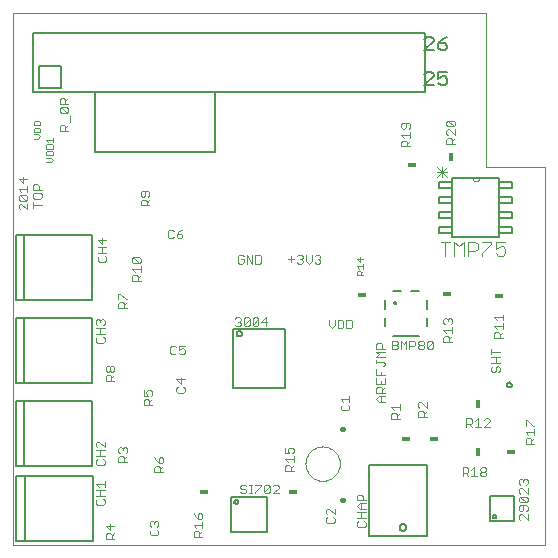
<source format=gto>
G75*
%MOIN*%
%OFA0B0*%
%FSLAX24Y24*%
%IPPOS*%
%LPD*%
%AMOC8*
5,1,8,0,0,1.08239X$1,22.5*
%
%ADD10C,0.0000*%
%ADD11C,0.0030*%
%ADD12C,0.0050*%
%ADD13C,0.0060*%
%ADD14R,0.0300X0.0180*%
%ADD15C,0.0160*%
%ADD16R,0.0180X0.0300*%
%ADD17C,0.0020*%
D10*
X005744Y004971D02*
X023460Y004971D01*
X023460Y017570D01*
X021492Y017570D01*
X021492Y022688D01*
X005744Y022688D01*
X005744Y004971D01*
X015484Y007674D02*
X015486Y007721D01*
X015492Y007768D01*
X015501Y007814D01*
X015515Y007859D01*
X015532Y007903D01*
X015553Y007946D01*
X015577Y007986D01*
X015604Y008025D01*
X015635Y008061D01*
X015668Y008094D01*
X015704Y008125D01*
X015743Y008152D01*
X015783Y008176D01*
X015826Y008197D01*
X015870Y008214D01*
X015915Y008228D01*
X015961Y008237D01*
X016008Y008243D01*
X016055Y008245D01*
X016102Y008243D01*
X016149Y008237D01*
X016195Y008228D01*
X016240Y008214D01*
X016284Y008197D01*
X016327Y008176D01*
X016367Y008152D01*
X016406Y008125D01*
X016442Y008094D01*
X016475Y008061D01*
X016506Y008025D01*
X016533Y007986D01*
X016557Y007946D01*
X016578Y007903D01*
X016595Y007859D01*
X016609Y007814D01*
X016618Y007768D01*
X016624Y007721D01*
X016626Y007674D01*
X016624Y007627D01*
X016618Y007580D01*
X016609Y007534D01*
X016595Y007489D01*
X016578Y007445D01*
X016557Y007402D01*
X016533Y007362D01*
X016506Y007323D01*
X016475Y007287D01*
X016442Y007254D01*
X016406Y007223D01*
X016367Y007196D01*
X016327Y007172D01*
X016284Y007151D01*
X016240Y007134D01*
X016195Y007120D01*
X016149Y007111D01*
X016102Y007105D01*
X016055Y007103D01*
X016008Y007105D01*
X015961Y007111D01*
X015915Y007120D01*
X015870Y007134D01*
X015826Y007151D01*
X015783Y007172D01*
X015743Y007196D01*
X015704Y007223D01*
X015668Y007254D01*
X015635Y007287D01*
X015604Y007323D01*
X015577Y007362D01*
X015553Y007402D01*
X015532Y007445D01*
X015515Y007489D01*
X015501Y007534D01*
X015492Y007580D01*
X015486Y007627D01*
X015484Y007674D01*
X021044Y017200D02*
X021047Y017179D01*
X021053Y017159D01*
X021063Y017141D01*
X021075Y017124D01*
X021091Y017110D01*
X021108Y017099D01*
X021128Y017091D01*
X021148Y017086D01*
X021169Y017085D01*
X021190Y017088D01*
X021210Y017094D01*
X021228Y017104D01*
X021245Y017116D01*
X021259Y017132D01*
X021270Y017149D01*
X021278Y017169D01*
X021283Y017189D01*
X021284Y017210D01*
D11*
X020193Y017234D02*
X019879Y017547D01*
X019879Y017390D02*
X020193Y017390D01*
X020193Y017547D02*
X019879Y017234D01*
X020036Y017234D02*
X020036Y017547D01*
X020179Y018326D02*
X020179Y018471D01*
X020227Y018519D01*
X020324Y018519D01*
X020372Y018471D01*
X020372Y018326D01*
X020372Y018422D02*
X020469Y018519D01*
X020469Y018620D02*
X020276Y018814D01*
X020227Y018814D01*
X020179Y018765D01*
X020179Y018669D01*
X020227Y018620D01*
X020469Y018620D02*
X020469Y018814D01*
X020421Y018915D02*
X020227Y019108D01*
X020421Y019108D01*
X020469Y019060D01*
X020469Y018963D01*
X020421Y018915D01*
X020227Y018915D01*
X020179Y018963D01*
X020179Y019060D01*
X020227Y019108D01*
X020179Y018326D02*
X020469Y018326D01*
X018967Y018247D02*
X018677Y018247D01*
X018677Y018392D01*
X018725Y018441D01*
X018822Y018441D01*
X018871Y018392D01*
X018871Y018247D01*
X018871Y018344D02*
X018967Y018441D01*
X018967Y018542D02*
X018967Y018735D01*
X018967Y018639D02*
X018677Y018639D01*
X018774Y018542D01*
X018774Y018837D02*
X018725Y018837D01*
X018677Y018885D01*
X018677Y018982D01*
X018725Y019030D01*
X018919Y019030D01*
X018967Y018982D01*
X018967Y018885D01*
X018919Y018837D01*
X018822Y018885D02*
X018774Y018837D01*
X018822Y018885D02*
X018822Y019030D01*
X019989Y015076D02*
X020303Y015076D01*
X020450Y015076D02*
X020607Y014919D01*
X020763Y015076D01*
X020763Y014605D01*
X020910Y014605D02*
X020910Y015076D01*
X021145Y015076D01*
X021224Y014997D01*
X021224Y014840D01*
X021145Y014762D01*
X020910Y014762D01*
X021371Y014684D02*
X021371Y014605D01*
X021371Y014684D02*
X021684Y014997D01*
X021684Y015076D01*
X021371Y015076D01*
X021831Y015076D02*
X021831Y014840D01*
X021988Y014919D01*
X022066Y014919D01*
X022145Y014840D01*
X022145Y014684D01*
X022066Y014605D01*
X021909Y014605D01*
X021831Y014684D01*
X021831Y015076D02*
X022145Y015076D01*
X020450Y015076D02*
X020450Y014605D01*
X020146Y014605D02*
X020146Y015076D01*
X020132Y012512D02*
X020180Y012512D01*
X020228Y012463D01*
X020277Y012512D01*
X020325Y012512D01*
X020374Y012463D01*
X020374Y012367D01*
X020325Y012318D01*
X020374Y012217D02*
X020374Y012024D01*
X020374Y012120D02*
X020083Y012120D01*
X020180Y012024D01*
X020132Y011922D02*
X020228Y011922D01*
X020277Y011874D01*
X020277Y011729D01*
X020374Y011729D02*
X020083Y011729D01*
X020083Y011874D01*
X020132Y011922D01*
X020277Y011826D02*
X020374Y011922D01*
X020132Y012318D02*
X020083Y012367D01*
X020083Y012463D01*
X020132Y012512D01*
X020228Y012463D02*
X020228Y012415D01*
X019683Y011773D02*
X019586Y011773D01*
X019538Y011725D01*
X019538Y011531D01*
X019731Y011725D01*
X019731Y011531D01*
X019683Y011483D01*
X019586Y011483D01*
X019538Y011531D01*
X019437Y011531D02*
X019388Y011483D01*
X019292Y011483D01*
X019243Y011531D01*
X019243Y011580D01*
X019292Y011628D01*
X019388Y011628D01*
X019437Y011580D01*
X019437Y011531D01*
X019388Y011628D02*
X019437Y011676D01*
X019437Y011725D01*
X019388Y011773D01*
X019292Y011773D01*
X019243Y011725D01*
X019243Y011676D01*
X019292Y011628D01*
X019142Y011628D02*
X019142Y011725D01*
X019094Y011773D01*
X018949Y011773D01*
X018949Y011483D01*
X018949Y011580D02*
X019094Y011580D01*
X019142Y011628D01*
X018847Y011773D02*
X018847Y011483D01*
X018654Y011483D02*
X018654Y011773D01*
X018751Y011676D01*
X018847Y011773D01*
X018553Y011725D02*
X018553Y011676D01*
X018504Y011628D01*
X018359Y011628D01*
X018359Y011483D02*
X018359Y011773D01*
X018504Y011773D01*
X018553Y011725D01*
X018504Y011628D02*
X018553Y011580D01*
X018553Y011531D01*
X018504Y011483D01*
X018359Y011483D01*
X018132Y011511D02*
X017842Y011511D01*
X017842Y011656D01*
X017890Y011705D01*
X017987Y011705D01*
X018035Y011656D01*
X018035Y011511D01*
X018132Y011410D02*
X017842Y011410D01*
X017938Y011313D01*
X017842Y011217D01*
X018132Y011217D01*
X018083Y011067D02*
X017842Y011067D01*
X017842Y011019D02*
X017842Y011115D01*
X018083Y011067D02*
X018132Y011019D01*
X018132Y010970D01*
X018083Y010922D01*
X017987Y010724D02*
X017987Y010627D01*
X018132Y010627D02*
X017842Y010627D01*
X017842Y010821D01*
X017842Y010526D02*
X017842Y010333D01*
X018132Y010333D01*
X018132Y010526D01*
X017987Y010429D02*
X017987Y010333D01*
X017987Y010231D02*
X018035Y010183D01*
X018035Y010038D01*
X018035Y010135D02*
X018132Y010231D01*
X017987Y010231D02*
X017890Y010231D01*
X017842Y010183D01*
X017842Y010038D01*
X018132Y010038D01*
X018132Y009937D02*
X017938Y009937D01*
X017842Y009840D01*
X017938Y009743D01*
X018132Y009743D01*
X017987Y009743D02*
X017987Y009937D01*
X018629Y009662D02*
X018629Y009468D01*
X018629Y009565D02*
X018339Y009565D01*
X018436Y009468D01*
X018484Y009367D02*
X018533Y009319D01*
X018533Y009173D01*
X018629Y009173D02*
X018339Y009173D01*
X018339Y009319D01*
X018388Y009367D01*
X018484Y009367D01*
X018533Y009270D02*
X018629Y009367D01*
X019229Y009384D02*
X019229Y009239D01*
X019519Y009239D01*
X019422Y009239D02*
X019422Y009384D01*
X019374Y009432D01*
X019277Y009432D01*
X019229Y009384D01*
X019277Y009534D02*
X019229Y009582D01*
X019229Y009679D01*
X019277Y009727D01*
X019325Y009727D01*
X019519Y009534D01*
X019519Y009727D01*
X019519Y009432D02*
X019422Y009336D01*
X020848Y009180D02*
X020848Y008890D01*
X020848Y008987D02*
X020993Y008987D01*
X021041Y009035D01*
X021041Y009132D01*
X020993Y009180D01*
X020848Y009180D01*
X020945Y008987D02*
X021041Y008890D01*
X021143Y008890D02*
X021336Y008890D01*
X021239Y008890D02*
X021239Y009180D01*
X021143Y009084D01*
X021437Y009132D02*
X021486Y009180D01*
X021582Y009180D01*
X021631Y009132D01*
X021631Y009084D01*
X021437Y008890D01*
X021631Y008890D01*
X022818Y008926D02*
X022818Y009120D01*
X022866Y009120D01*
X023060Y008926D01*
X023108Y008926D01*
X023108Y008825D02*
X023108Y008631D01*
X023108Y008728D02*
X022818Y008728D01*
X022915Y008631D01*
X022963Y008530D02*
X023011Y008482D01*
X023011Y008337D01*
X023011Y008434D02*
X023108Y008530D01*
X022963Y008530D02*
X022866Y008530D01*
X022818Y008482D01*
X022818Y008337D01*
X023108Y008337D01*
X021504Y007505D02*
X021504Y007456D01*
X021456Y007408D01*
X021359Y007408D01*
X021310Y007456D01*
X021310Y007505D01*
X021359Y007553D01*
X021456Y007553D01*
X021504Y007505D01*
X021456Y007408D02*
X021504Y007360D01*
X021504Y007311D01*
X021456Y007263D01*
X021359Y007263D01*
X021310Y007311D01*
X021310Y007360D01*
X021359Y007408D01*
X021209Y007263D02*
X021016Y007263D01*
X021113Y007263D02*
X021113Y007553D01*
X021016Y007456D01*
X020915Y007408D02*
X020866Y007360D01*
X020721Y007360D01*
X020818Y007360D02*
X020915Y007263D01*
X020915Y007408D02*
X020915Y007505D01*
X020866Y007553D01*
X020721Y007553D01*
X020721Y007263D01*
X022599Y007116D02*
X022647Y007164D01*
X022696Y007164D01*
X022744Y007116D01*
X022792Y007164D01*
X022841Y007164D01*
X022889Y007116D01*
X022889Y007019D01*
X022841Y006971D01*
X022889Y006870D02*
X022889Y006676D01*
X022696Y006870D01*
X022647Y006870D01*
X022599Y006821D01*
X022599Y006725D01*
X022647Y006676D01*
X022647Y006575D02*
X022841Y006382D01*
X022889Y006430D01*
X022889Y006527D01*
X022841Y006575D01*
X022647Y006575D01*
X022599Y006527D01*
X022599Y006430D01*
X022647Y006382D01*
X022841Y006382D01*
X022841Y006280D02*
X022647Y006280D01*
X022599Y006232D01*
X022599Y006135D01*
X022647Y006087D01*
X022696Y006087D01*
X022744Y006135D01*
X022744Y006280D01*
X022841Y006280D02*
X022889Y006232D01*
X022889Y006135D01*
X022841Y006087D01*
X022889Y005986D02*
X022889Y005792D01*
X022696Y005986D01*
X022647Y005986D01*
X022599Y005937D01*
X022599Y005841D01*
X022647Y005792D01*
X022647Y006971D02*
X022599Y007019D01*
X022599Y007116D01*
X022744Y007116D02*
X022744Y007068D01*
X017492Y006446D02*
X017202Y006446D01*
X017202Y006591D01*
X017250Y006639D01*
X017347Y006639D01*
X017395Y006591D01*
X017395Y006446D01*
X017347Y006345D02*
X017347Y006151D01*
X017299Y006151D02*
X017202Y006248D01*
X017299Y006345D01*
X017492Y006345D01*
X017492Y006151D02*
X017299Y006151D01*
X017347Y006050D02*
X017347Y005857D01*
X017250Y005755D02*
X017202Y005707D01*
X017202Y005610D01*
X017250Y005562D01*
X017444Y005562D01*
X017492Y005610D01*
X017492Y005707D01*
X017444Y005755D01*
X017492Y005857D02*
X017202Y005857D01*
X017202Y006050D02*
X017492Y006050D01*
X016459Y005981D02*
X016265Y006175D01*
X016217Y006175D01*
X016168Y006126D01*
X016168Y006030D01*
X016217Y005981D01*
X016217Y005880D02*
X016168Y005832D01*
X016168Y005735D01*
X016217Y005687D01*
X016410Y005687D01*
X016459Y005735D01*
X016459Y005832D01*
X016410Y005880D01*
X016459Y005981D02*
X016459Y006175D01*
X014587Y006683D02*
X014394Y006683D01*
X014587Y006877D01*
X014587Y006925D01*
X014539Y006974D01*
X014442Y006974D01*
X014394Y006925D01*
X014293Y006925D02*
X014099Y006732D01*
X014148Y006683D01*
X014244Y006683D01*
X014293Y006732D01*
X014293Y006925D01*
X014244Y006974D01*
X014148Y006974D01*
X014099Y006925D01*
X014099Y006732D01*
X013998Y006925D02*
X013805Y006732D01*
X013805Y006683D01*
X013705Y006683D02*
X013608Y006683D01*
X013656Y006683D02*
X013656Y006974D01*
X013608Y006974D02*
X013705Y006974D01*
X013805Y006974D02*
X013998Y006974D01*
X013998Y006925D01*
X013507Y006925D02*
X013459Y006974D01*
X013362Y006974D01*
X013313Y006925D01*
X013313Y006877D01*
X013362Y006828D01*
X013459Y006828D01*
X013507Y006780D01*
X013507Y006732D01*
X013459Y006683D01*
X013362Y006683D01*
X013313Y006732D01*
X012041Y005972D02*
X011993Y006021D01*
X011944Y006021D01*
X011896Y005972D01*
X011896Y005827D01*
X011993Y005827D01*
X012041Y005876D01*
X012041Y005972D01*
X011896Y005827D02*
X011799Y005924D01*
X011751Y006021D01*
X012041Y005726D02*
X012041Y005533D01*
X012041Y005629D02*
X011751Y005629D01*
X011847Y005533D01*
X011799Y005432D02*
X011896Y005432D01*
X011944Y005383D01*
X011944Y005238D01*
X011944Y005335D02*
X012041Y005432D01*
X012041Y005238D02*
X011751Y005238D01*
X011751Y005383D01*
X011799Y005432D01*
X010582Y005424D02*
X010533Y005472D01*
X010582Y005424D02*
X010582Y005327D01*
X010533Y005278D01*
X010340Y005278D01*
X010291Y005327D01*
X010291Y005424D01*
X010340Y005472D01*
X010340Y005573D02*
X010291Y005622D01*
X010291Y005718D01*
X010340Y005767D01*
X010388Y005767D01*
X010437Y005718D01*
X010485Y005767D01*
X010533Y005767D01*
X010582Y005718D01*
X010582Y005622D01*
X010533Y005573D01*
X010437Y005670D02*
X010437Y005718D01*
X009115Y005603D02*
X008824Y005603D01*
X008969Y005458D01*
X008969Y005651D01*
X008969Y005357D02*
X008873Y005357D01*
X008824Y005308D01*
X008824Y005163D01*
X009115Y005163D01*
X009018Y005163D02*
X009018Y005308D01*
X008969Y005357D01*
X009018Y005260D02*
X009115Y005357D01*
X008740Y006306D02*
X008789Y006355D01*
X008789Y006452D01*
X008740Y006500D01*
X008789Y006601D02*
X008498Y006601D01*
X008547Y006500D02*
X008498Y006452D01*
X008498Y006355D01*
X008547Y006306D01*
X008740Y006306D01*
X008644Y006601D02*
X008644Y006795D01*
X008595Y006896D02*
X008498Y006993D01*
X008789Y006993D01*
X008789Y007089D02*
X008789Y006896D01*
X008789Y006795D02*
X008498Y006795D01*
X008547Y007626D02*
X008498Y007675D01*
X008498Y007772D01*
X008547Y007820D01*
X008498Y007921D02*
X008789Y007921D01*
X008740Y007820D02*
X008789Y007772D01*
X008789Y007675D01*
X008740Y007626D01*
X008547Y007626D01*
X008644Y007921D02*
X008644Y008115D01*
X008547Y008216D02*
X008498Y008264D01*
X008498Y008361D01*
X008547Y008409D01*
X008595Y008409D01*
X008789Y008216D01*
X008789Y008409D01*
X008789Y008115D02*
X008498Y008115D01*
X009243Y008071D02*
X009243Y008168D01*
X009291Y008216D01*
X009340Y008216D01*
X009388Y008168D01*
X009436Y008216D01*
X009485Y008216D01*
X009533Y008168D01*
X009533Y008071D01*
X009485Y008023D01*
X009533Y007922D02*
X009436Y007825D01*
X009436Y007873D02*
X009436Y007728D01*
X009533Y007728D02*
X009243Y007728D01*
X009243Y007873D01*
X009291Y007922D01*
X009388Y007922D01*
X009436Y007873D01*
X009291Y008023D02*
X009243Y008071D01*
X009388Y008120D02*
X009388Y008168D01*
X010445Y007882D02*
X010494Y007785D01*
X010591Y007688D01*
X010591Y007833D01*
X010639Y007882D01*
X010687Y007882D01*
X010736Y007833D01*
X010736Y007737D01*
X010687Y007688D01*
X010591Y007688D01*
X010591Y007587D02*
X010639Y007539D01*
X010639Y007394D01*
X010639Y007490D02*
X010736Y007587D01*
X010591Y007587D02*
X010494Y007587D01*
X010445Y007539D01*
X010445Y007394D01*
X010736Y007394D01*
X010376Y009628D02*
X010085Y009628D01*
X010085Y009774D01*
X010134Y009822D01*
X010231Y009822D01*
X010279Y009774D01*
X010279Y009628D01*
X010279Y009725D02*
X010376Y009822D01*
X010327Y009923D02*
X010376Y009971D01*
X010376Y010068D01*
X010327Y010117D01*
X010231Y010117D01*
X010182Y010068D01*
X010182Y010020D01*
X010231Y009923D01*
X010085Y009923D01*
X010085Y010117D01*
X009113Y010444D02*
X008823Y010444D01*
X008823Y010589D01*
X008871Y010637D01*
X008968Y010637D01*
X009016Y010589D01*
X009016Y010444D01*
X009016Y010540D02*
X009113Y010637D01*
X009065Y010738D02*
X009016Y010738D01*
X008968Y010787D01*
X008968Y010883D01*
X009016Y010932D01*
X009065Y010932D01*
X009113Y010883D01*
X009113Y010787D01*
X009065Y010738D01*
X008968Y010787D02*
X008920Y010738D01*
X008871Y010738D01*
X008823Y010787D01*
X008823Y010883D01*
X008871Y010932D01*
X008920Y010932D01*
X008968Y010883D01*
X008740Y011706D02*
X008789Y011755D01*
X008789Y011852D01*
X008740Y011900D01*
X008789Y012001D02*
X008498Y012001D01*
X008547Y011900D02*
X008498Y011852D01*
X008498Y011755D01*
X008547Y011706D01*
X008740Y011706D01*
X008644Y012001D02*
X008644Y012195D01*
X008740Y012296D02*
X008789Y012344D01*
X008789Y012441D01*
X008740Y012489D01*
X008692Y012489D01*
X008644Y012441D01*
X008644Y012393D01*
X008644Y012441D02*
X008595Y012489D01*
X008547Y012489D01*
X008498Y012441D01*
X008498Y012344D01*
X008547Y012296D01*
X008498Y012195D02*
X008789Y012195D01*
X009243Y012855D02*
X009243Y013000D01*
X009291Y013049D01*
X009388Y013049D01*
X009436Y013000D01*
X009436Y012855D01*
X009436Y012952D02*
X009533Y013049D01*
X009533Y013150D02*
X009485Y013150D01*
X009291Y013343D01*
X009243Y013343D01*
X009243Y013150D01*
X009243Y012855D02*
X009533Y012855D01*
X009701Y013769D02*
X009701Y013914D01*
X009750Y013962D01*
X009846Y013962D01*
X009895Y013914D01*
X009895Y013769D01*
X009895Y013865D02*
X009992Y013962D01*
X009992Y014063D02*
X009992Y014257D01*
X009992Y014160D02*
X009701Y014160D01*
X009798Y014063D01*
X009750Y014358D02*
X009701Y014406D01*
X009701Y014503D01*
X009750Y014551D01*
X009943Y014358D01*
X009992Y014406D01*
X009992Y014503D01*
X009943Y014551D01*
X009750Y014551D01*
X009750Y014358D02*
X009943Y014358D01*
X009992Y013769D02*
X009701Y013769D01*
X008849Y014455D02*
X008849Y014552D01*
X008800Y014600D01*
X008849Y014701D02*
X008558Y014701D01*
X008607Y014600D02*
X008558Y014552D01*
X008558Y014455D01*
X008607Y014406D01*
X008800Y014406D01*
X008849Y014455D01*
X008704Y014701D02*
X008704Y014895D01*
X008704Y014996D02*
X008704Y015189D01*
X008849Y015141D02*
X008558Y015141D01*
X008704Y014996D01*
X008849Y014895D02*
X008558Y014895D01*
X009992Y016280D02*
X009992Y016425D01*
X010040Y016474D01*
X010137Y016474D01*
X010185Y016425D01*
X010185Y016280D01*
X010185Y016377D02*
X010282Y016474D01*
X010234Y016575D02*
X010282Y016623D01*
X010282Y016720D01*
X010234Y016768D01*
X010040Y016768D01*
X009992Y016720D01*
X009992Y016623D01*
X010040Y016575D01*
X010089Y016575D01*
X010137Y016623D01*
X010137Y016768D01*
X010282Y016280D02*
X009992Y016280D01*
X010892Y015423D02*
X010892Y015229D01*
X010941Y015181D01*
X011037Y015181D01*
X011086Y015229D01*
X011187Y015229D02*
X011235Y015181D01*
X011332Y015181D01*
X011380Y015229D01*
X011380Y015278D01*
X011332Y015326D01*
X011187Y015326D01*
X011187Y015229D01*
X011187Y015326D02*
X011284Y015423D01*
X011380Y015471D01*
X011086Y015423D02*
X011037Y015471D01*
X010941Y015471D01*
X010892Y015423D01*
X013225Y014582D02*
X013225Y014388D01*
X013273Y014340D01*
X013370Y014340D01*
X013418Y014388D01*
X013418Y014485D01*
X013322Y014485D01*
X013418Y014582D02*
X013370Y014630D01*
X013273Y014630D01*
X013225Y014582D01*
X013520Y014630D02*
X013713Y014340D01*
X013713Y014630D01*
X013814Y014630D02*
X013959Y014630D01*
X014008Y014582D01*
X014008Y014388D01*
X013959Y014340D01*
X013814Y014340D01*
X013814Y014630D01*
X013520Y014630D02*
X013520Y014340D01*
X014905Y014485D02*
X015098Y014485D01*
X015002Y014582D02*
X015002Y014388D01*
X015200Y014388D02*
X015248Y014340D01*
X015345Y014340D01*
X015393Y014388D01*
X015393Y014437D01*
X015345Y014485D01*
X015296Y014485D01*
X015345Y014485D02*
X015393Y014533D01*
X015393Y014582D01*
X015345Y014630D01*
X015248Y014630D01*
X015200Y014582D01*
X015494Y014630D02*
X015494Y014437D01*
X015591Y014340D01*
X015688Y014437D01*
X015688Y014630D01*
X015789Y014582D02*
X015837Y014630D01*
X015934Y014630D01*
X015982Y014582D01*
X015982Y014533D01*
X015934Y014485D01*
X015982Y014437D01*
X015982Y014388D01*
X015934Y014340D01*
X015837Y014340D01*
X015789Y014388D01*
X015886Y014485D02*
X015934Y014485D01*
X016259Y012477D02*
X016259Y012283D01*
X016355Y012186D01*
X016452Y012283D01*
X016452Y012477D01*
X016553Y012477D02*
X016698Y012477D01*
X016747Y012428D01*
X016747Y012235D01*
X016698Y012186D01*
X016553Y012186D01*
X016553Y012477D01*
X016848Y012477D02*
X016848Y012186D01*
X016993Y012186D01*
X017042Y012235D01*
X017042Y012428D01*
X016993Y012477D01*
X016848Y012477D01*
X014210Y012404D02*
X014016Y012404D01*
X014161Y012550D01*
X014161Y012259D01*
X013915Y012308D02*
X013915Y012501D01*
X013721Y012308D01*
X013770Y012259D01*
X013867Y012259D01*
X013915Y012308D01*
X013915Y012501D02*
X013867Y012550D01*
X013770Y012550D01*
X013721Y012501D01*
X013721Y012308D01*
X013620Y012308D02*
X013620Y012501D01*
X013427Y012308D01*
X013475Y012259D01*
X013572Y012259D01*
X013620Y012308D01*
X013620Y012501D02*
X013572Y012550D01*
X013475Y012550D01*
X013427Y012501D01*
X013427Y012308D01*
X013326Y012308D02*
X013277Y012259D01*
X013180Y012259D01*
X013132Y012308D01*
X013229Y012404D02*
X013277Y012404D01*
X013326Y012356D01*
X013326Y012308D01*
X013277Y012404D02*
X013326Y012453D01*
X013326Y012501D01*
X013277Y012550D01*
X013180Y012550D01*
X013132Y012501D01*
X011462Y011611D02*
X011268Y011611D01*
X011268Y011466D01*
X011365Y011515D01*
X011413Y011515D01*
X011462Y011466D01*
X011462Y011369D01*
X011413Y011321D01*
X011317Y011321D01*
X011268Y011369D01*
X011167Y011369D02*
X011119Y011321D01*
X011022Y011321D01*
X010974Y011369D01*
X010974Y011563D01*
X011022Y011611D01*
X011119Y011611D01*
X011167Y011563D01*
X011318Y010529D02*
X011318Y010336D01*
X011173Y010481D01*
X011463Y010481D01*
X011415Y010235D02*
X011463Y010186D01*
X011463Y010089D01*
X011415Y010041D01*
X011221Y010041D01*
X011173Y010089D01*
X011173Y010186D01*
X011221Y010235D01*
X014795Y008207D02*
X014795Y008014D01*
X014941Y008014D01*
X014892Y008111D01*
X014892Y008159D01*
X014941Y008207D01*
X015037Y008207D01*
X015086Y008159D01*
X015086Y008062D01*
X015037Y008014D01*
X015086Y007913D02*
X015086Y007719D01*
X015086Y007816D02*
X014795Y007816D01*
X014892Y007719D01*
X014844Y007618D02*
X014941Y007618D01*
X014989Y007570D01*
X014989Y007425D01*
X014989Y007521D02*
X015086Y007618D01*
X015086Y007425D02*
X014795Y007425D01*
X014795Y007570D01*
X014844Y007618D01*
X016699Y009448D02*
X016893Y009448D01*
X016941Y009496D01*
X016941Y009593D01*
X016893Y009641D01*
X016941Y009742D02*
X016941Y009936D01*
X016941Y009839D02*
X016651Y009839D01*
X016748Y009742D01*
X016699Y009641D02*
X016651Y009593D01*
X016651Y009496D01*
X016699Y009448D01*
X019683Y011773D02*
X019731Y011725D01*
X021673Y011508D02*
X021673Y011314D01*
X021673Y011411D02*
X021963Y011411D01*
X021963Y011213D02*
X021673Y011213D01*
X021818Y011213D02*
X021818Y011020D01*
X021866Y010919D02*
X021915Y010919D01*
X021963Y010870D01*
X021963Y010773D01*
X021915Y010725D01*
X021818Y010773D02*
X021818Y010870D01*
X021866Y010919D01*
X021963Y011020D02*
X021673Y011020D01*
X021721Y010919D02*
X021673Y010870D01*
X021673Y010773D01*
X021721Y010725D01*
X021769Y010725D01*
X021818Y010773D01*
X021765Y011860D02*
X021765Y012005D01*
X021813Y012053D01*
X021910Y012053D01*
X021959Y012005D01*
X021959Y011860D01*
X022055Y011860D02*
X021765Y011860D01*
X021959Y011956D02*
X022055Y012053D01*
X022055Y012154D02*
X022055Y012348D01*
X022055Y012251D02*
X021765Y012251D01*
X021862Y012154D01*
X021862Y012449D02*
X021765Y012546D01*
X022055Y012546D01*
X022055Y012642D02*
X022055Y012449D01*
X007579Y018776D02*
X007288Y018776D01*
X007288Y018922D01*
X007337Y018970D01*
X007434Y018970D01*
X007482Y018922D01*
X007482Y018776D01*
X007482Y018873D02*
X007579Y018970D01*
X007627Y019071D02*
X007627Y019265D01*
X007530Y019366D02*
X007337Y019559D01*
X007530Y019559D01*
X007579Y019511D01*
X007579Y019414D01*
X007530Y019366D01*
X007337Y019366D01*
X007288Y019414D01*
X007288Y019511D01*
X007337Y019559D01*
X007288Y019660D02*
X007288Y019806D01*
X007337Y019854D01*
X007434Y019854D01*
X007482Y019806D01*
X007482Y019660D01*
X007579Y019660D02*
X007288Y019660D01*
X007482Y019757D02*
X007579Y019854D01*
X006209Y017176D02*
X005918Y017176D01*
X006064Y017030D01*
X006064Y017224D01*
X006209Y016929D02*
X006209Y016736D01*
X006209Y016833D02*
X005918Y016833D01*
X006015Y016736D01*
X005967Y016635D02*
X006160Y016635D01*
X006209Y016586D01*
X006209Y016489D01*
X006160Y016441D01*
X005967Y016635D01*
X005918Y016586D01*
X005918Y016489D01*
X005967Y016441D01*
X006160Y016441D01*
X006209Y016340D02*
X006209Y016146D01*
X006015Y016340D01*
X005967Y016340D01*
X005918Y016292D01*
X005918Y016195D01*
X005967Y016146D01*
X006398Y016206D02*
X006398Y016400D01*
X006398Y016303D02*
X006689Y016303D01*
X006640Y016501D02*
X006689Y016549D01*
X006689Y016646D01*
X006640Y016695D01*
X006447Y016695D01*
X006398Y016646D01*
X006398Y016549D01*
X006447Y016501D01*
X006640Y016501D01*
X006592Y016796D02*
X006592Y016941D01*
X006544Y016989D01*
X006447Y016989D01*
X006398Y016941D01*
X006398Y016796D01*
X006689Y016796D01*
D12*
X006113Y015282D02*
X005818Y015282D01*
X005818Y013116D01*
X006113Y013116D01*
X006113Y015282D01*
X008377Y015282D01*
X008377Y013116D01*
X006113Y013116D01*
X006113Y012526D02*
X005818Y012526D01*
X005818Y010360D01*
X006113Y010360D01*
X006113Y012526D01*
X008377Y012526D01*
X008377Y010360D01*
X006113Y010360D01*
X006113Y009770D02*
X005818Y009770D01*
X005818Y007604D01*
X006113Y007604D01*
X006113Y009770D01*
X008377Y009770D01*
X008377Y007604D01*
X006113Y007604D01*
X006136Y007251D02*
X005841Y007251D01*
X005841Y005085D01*
X006136Y005085D01*
X006136Y007251D01*
X008400Y007251D01*
X008400Y005085D01*
X006136Y005085D01*
X013014Y005395D02*
X014195Y005395D01*
X014195Y006576D01*
X013014Y006576D01*
X013014Y005395D01*
X013109Y006399D02*
X013111Y006414D01*
X013117Y006429D01*
X013126Y006441D01*
X013138Y006451D01*
X013152Y006458D01*
X013167Y006461D01*
X013183Y006460D01*
X013197Y006455D01*
X013211Y006447D01*
X013221Y006435D01*
X013229Y006422D01*
X013233Y006407D01*
X013233Y006391D01*
X013229Y006376D01*
X013221Y006363D01*
X013211Y006351D01*
X013197Y006343D01*
X013183Y006338D01*
X013167Y006337D01*
X013152Y006340D01*
X013138Y006347D01*
X013126Y006357D01*
X013117Y006369D01*
X013111Y006384D01*
X013109Y006399D01*
X017589Y005252D02*
X019518Y005252D01*
X019518Y007614D01*
X017589Y007614D01*
X017589Y005252D01*
X018621Y005546D02*
X018623Y005567D01*
X018629Y005586D01*
X018638Y005605D01*
X018650Y005621D01*
X018666Y005635D01*
X018683Y005646D01*
X018702Y005654D01*
X018723Y005658D01*
X018743Y005658D01*
X018764Y005654D01*
X018783Y005646D01*
X018800Y005635D01*
X018816Y005621D01*
X018828Y005605D01*
X018837Y005586D01*
X018843Y005567D01*
X018845Y005546D01*
X018843Y005525D01*
X018837Y005506D01*
X018828Y005487D01*
X018816Y005471D01*
X018800Y005457D01*
X018783Y005446D01*
X018764Y005438D01*
X018743Y005434D01*
X018723Y005434D01*
X018702Y005438D01*
X018683Y005446D01*
X018666Y005457D01*
X018650Y005471D01*
X018638Y005487D01*
X018629Y005506D01*
X018623Y005525D01*
X018621Y005546D01*
X021642Y005774D02*
X021642Y006601D01*
X022430Y006601D01*
X022430Y005774D01*
X021642Y005774D01*
X021718Y005912D02*
X021720Y005927D01*
X021726Y005942D01*
X021735Y005954D01*
X021747Y005964D01*
X021761Y005971D01*
X021776Y005974D01*
X021792Y005973D01*
X021806Y005968D01*
X021820Y005960D01*
X021830Y005948D01*
X021838Y005935D01*
X021842Y005920D01*
X021842Y005904D01*
X021838Y005889D01*
X021830Y005876D01*
X021820Y005864D01*
X021806Y005856D01*
X021792Y005851D01*
X021776Y005850D01*
X021761Y005853D01*
X021747Y005860D01*
X021735Y005870D01*
X021726Y005882D01*
X021720Y005897D01*
X021718Y005912D01*
X014810Y010197D02*
X013078Y010197D01*
X013078Y012166D01*
X014810Y012166D01*
X014810Y010197D01*
X013187Y012008D02*
X013189Y012026D01*
X013195Y012044D01*
X013204Y012060D01*
X013216Y012073D01*
X013231Y012084D01*
X013248Y012092D01*
X013266Y012096D01*
X013284Y012096D01*
X013302Y012092D01*
X013319Y012084D01*
X013334Y012073D01*
X013346Y012060D01*
X013355Y012044D01*
X013361Y012026D01*
X013363Y012008D01*
X013361Y011990D01*
X013355Y011972D01*
X013346Y011956D01*
X013334Y011943D01*
X013319Y011932D01*
X013302Y011924D01*
X013284Y011920D01*
X013266Y011920D01*
X013248Y011924D01*
X013231Y011932D01*
X013216Y011943D01*
X013204Y011956D01*
X013195Y011972D01*
X013189Y011990D01*
X013187Y012008D01*
X018124Y012250D02*
X018124Y012525D01*
X018124Y012840D02*
X018124Y013116D01*
X018439Y013037D02*
X018441Y013049D01*
X018446Y013060D01*
X018455Y013069D01*
X018466Y013074D01*
X018478Y013076D01*
X018490Y013074D01*
X018501Y013069D01*
X018510Y013060D01*
X018515Y013049D01*
X018517Y013037D01*
X018515Y013025D01*
X018510Y013014D01*
X018501Y013005D01*
X018490Y013000D01*
X018478Y012998D01*
X018466Y013000D01*
X018455Y013005D01*
X018446Y013014D01*
X018441Y013025D01*
X018439Y013037D01*
X018400Y013431D02*
X018675Y013431D01*
X018990Y013431D02*
X019266Y013431D01*
X019541Y013116D02*
X019541Y012840D01*
X019541Y012525D02*
X019541Y012250D01*
X019266Y011935D02*
X018400Y011935D01*
X019480Y020076D02*
X006409Y020076D01*
X006409Y022044D01*
X019480Y022044D01*
X019480Y020076D01*
X019450Y020280D02*
X019751Y020580D01*
X019751Y020655D01*
X019675Y020730D01*
X019525Y020730D01*
X019450Y020655D01*
X019450Y020280D02*
X019751Y020280D01*
X019911Y020355D02*
X019986Y020280D01*
X020136Y020280D01*
X020211Y020355D01*
X020211Y020505D01*
X020136Y020580D01*
X020061Y020580D01*
X019911Y020505D01*
X019911Y020730D01*
X020211Y020730D01*
X020136Y021461D02*
X019986Y021461D01*
X019911Y021536D01*
X019911Y021686D01*
X020136Y021686D01*
X020211Y021611D01*
X020211Y021536D01*
X020136Y021461D01*
X019911Y021686D02*
X020061Y021836D01*
X020211Y021911D01*
X019751Y021836D02*
X019675Y021911D01*
X019525Y021911D01*
X019450Y021836D01*
X019751Y021836D02*
X019751Y021761D01*
X019450Y021461D01*
X019751Y021461D01*
X007324Y020922D02*
X007321Y020558D01*
X007324Y020194D01*
X006596Y020194D01*
X006596Y020922D01*
X007324Y020922D01*
D13*
X008460Y020058D02*
X008460Y018058D01*
X012460Y018058D01*
X012460Y020058D01*
X008460Y020058D01*
X019944Y017070D02*
X019944Y016870D01*
X020384Y016870D01*
X020384Y017070D01*
X019944Y017070D01*
X020384Y017200D02*
X020384Y015240D01*
X021944Y015240D01*
X021944Y017200D01*
X021044Y017200D01*
X020384Y017200D01*
X020384Y016570D02*
X019944Y016570D01*
X019944Y016370D01*
X020384Y016370D01*
X020384Y016570D01*
X020384Y016070D02*
X019944Y016070D01*
X019944Y015870D01*
X020384Y015870D01*
X020384Y016070D01*
X020384Y015570D02*
X019944Y015570D01*
X019944Y015370D01*
X020384Y015370D01*
X020384Y015570D01*
X021944Y015570D02*
X021944Y015370D01*
X022384Y015370D01*
X022384Y015570D01*
X021944Y015570D01*
X021944Y015870D02*
X022384Y015870D01*
X022384Y016070D01*
X021944Y016070D01*
X021944Y015870D01*
X021944Y016370D02*
X022384Y016370D01*
X022384Y016570D01*
X021944Y016570D01*
X021944Y016370D01*
X021944Y016870D02*
X022384Y016870D01*
X022384Y017070D01*
X021944Y017070D01*
X021944Y016870D01*
X022278Y010380D02*
X022261Y010378D01*
X022245Y010373D01*
X022231Y010365D01*
X022219Y010354D01*
X022209Y010340D01*
X022202Y010325D01*
X022198Y010308D01*
X022198Y010292D01*
X022202Y010275D01*
X022209Y010260D01*
X022219Y010246D01*
X022231Y010235D01*
X022245Y010227D01*
X022261Y010222D01*
X022278Y010220D01*
X022295Y010222D01*
X022311Y010227D01*
X022325Y010235D01*
X022337Y010246D01*
X022347Y010260D01*
X022354Y010275D01*
X022358Y010292D01*
X022358Y010308D01*
X022354Y010325D01*
X022347Y010340D01*
X022337Y010354D01*
X022325Y010365D01*
X022311Y010373D01*
X022295Y010378D01*
X022278Y010380D01*
D14*
X019774Y008494D03*
X018824Y008488D03*
X022343Y008072D03*
X015081Y006744D03*
X012116Y006713D03*
X017360Y013299D03*
X020209Y013324D03*
X021950Y013275D03*
X019042Y017622D03*
D15*
X016733Y008832D02*
X016709Y008832D01*
X016731Y006451D02*
X016707Y006451D01*
D16*
X021240Y008048D03*
X021247Y009675D03*
X020333Y017891D03*
D17*
X017410Y014508D02*
X017190Y014508D01*
X017300Y014398D01*
X017300Y014545D01*
X017410Y014324D02*
X017410Y014177D01*
X017410Y014250D02*
X017190Y014250D01*
X017263Y014177D01*
X017226Y014103D02*
X017300Y014103D01*
X017337Y014066D01*
X017337Y013956D01*
X017410Y013956D02*
X017190Y013956D01*
X017190Y014066D01*
X017226Y014103D01*
X017337Y014029D02*
X017410Y014103D01*
X007060Y017801D02*
X006987Y017875D01*
X006840Y017875D01*
X006840Y017949D02*
X006840Y018059D01*
X006877Y018096D01*
X007024Y018096D01*
X007060Y018059D01*
X007060Y017949D01*
X006840Y017949D01*
X006840Y018170D02*
X006840Y018280D01*
X006877Y018317D01*
X007024Y018317D01*
X007060Y018280D01*
X007060Y018170D01*
X006840Y018170D01*
X006914Y018391D02*
X006840Y018464D01*
X007060Y018464D01*
X007060Y018391D02*
X007060Y018538D01*
X006640Y018581D02*
X006567Y018655D01*
X006420Y018655D01*
X006420Y018729D02*
X006420Y018839D01*
X006457Y018876D01*
X006604Y018876D01*
X006640Y018839D01*
X006640Y018729D01*
X006420Y018729D01*
X006420Y018950D02*
X006420Y019060D01*
X006457Y019097D01*
X006604Y019097D01*
X006640Y019060D01*
X006640Y018950D01*
X006420Y018950D01*
X006640Y018581D02*
X006567Y018508D01*
X006420Y018508D01*
X006840Y017728D02*
X006987Y017728D01*
X007060Y017801D01*
M02*

</source>
